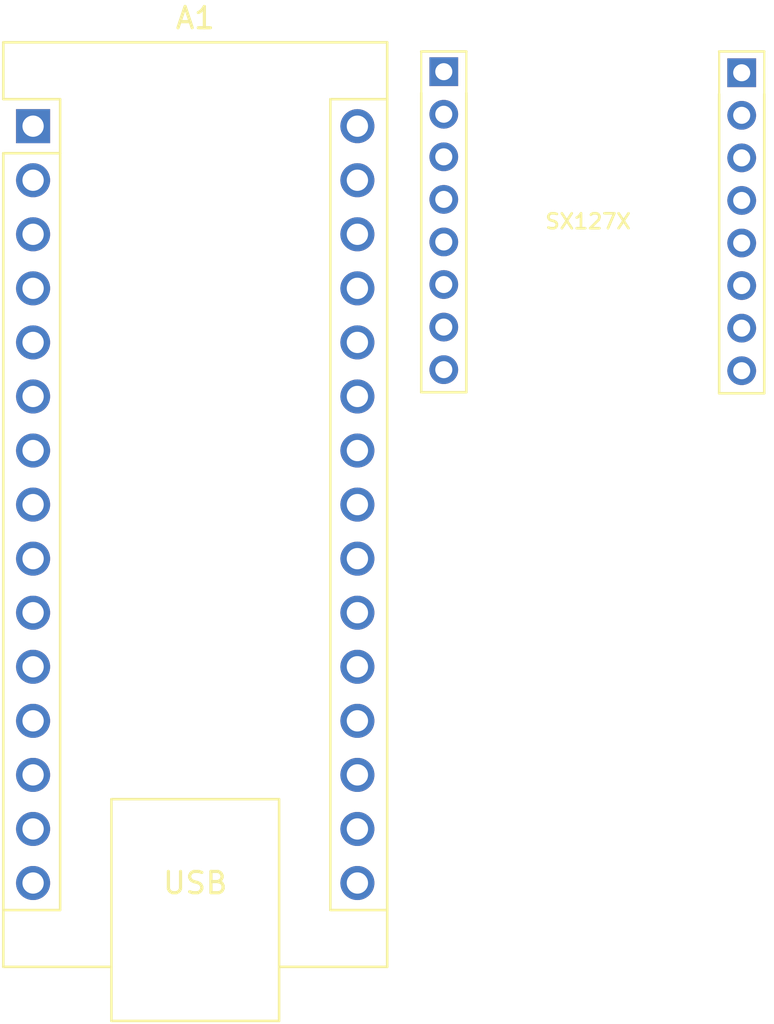
<source format=kicad_pcb>
(kicad_pcb (version 20221018) (generator pcbnew)
  (layers (0 "F.Cu" signal) (31 "B.Cu" signal) (34 "B.Paste" user) (35 "F.Paste" user) (36 "B.SilkS" user "B.Silkscreen") (37 "F.SilkS" user "F.Silkscreen") (38 "B.Mask" user) (39 "F.Mask" user) (44 "Edge.Cuts" user))
  (net 0 "")
  (net 20 "Net-(A1-A1)")
  (net 23 "Net-(A1-A4)")
  (net 25 "Net-(A1-A6)")
  (net 26 "Net-(A1-A7)")
  (footprint "Module:Arduino_Nano" (layer "F.Cu") (at 1.555 4.085)
    (fp_text reference "A1" (at 7.62 -5.08) (layer "F.SilkS"))
    (fp_text value "Arduino_Nano_v3.x")
    (fp_text user "USB" (at 7.62 35.56 unlocked) (layer "F.SilkS"))
    (fp_line (start -1.4 -3.94) (end -1.4 -1.27) (stroke (width 0.12)) (layer "F.SilkS"))
    (fp_line (start -1.4 1.27) (end -1.4 39.5) (stroke (width 0.12)) (layer "F.SilkS"))
    (fp_line (start -1.4 39.5) (end 3.68 39.5) (stroke (width 0.12)) (layer "F.SilkS"))
    (fp_line (start 1.27 -1.27) (end -1.4 -1.27) (stroke (width 0.12)) (layer "F.SilkS"))
    (fp_line (start 1.27 1.27) (end -1.4 1.27) (stroke (width 0.12)) (layer "F.SilkS"))
    (fp_line (start 1.27 1.27) (end 1.27 -1.27) (stroke (width 0.12)) (layer "F.SilkS"))
    (fp_line (start 1.27 1.27) (end 1.27 36.83) (stroke (width 0.12)) (layer "F.SilkS"))
    (fp_line (start 1.27 36.83) (end -1.4 36.83) (stroke (width 0.12)) (layer "F.SilkS"))
    (fp_line (start 3.68 31.62) (end 11.56 31.62) (stroke (width 0.12)) (layer "F.SilkS"))
    (fp_line (start 3.68 42.04) (end 3.68 31.62) (stroke (width 0.12)) (layer "F.SilkS"))
    (fp_line (start 11.56 31.62) (end 11.56 42.04) (stroke (width 0.12)) (layer "F.SilkS"))
    (fp_line (start 11.56 42.04) (end 3.68 42.04) (stroke (width 0.12)) (layer "F.SilkS"))
    (fp_line (start 13.97 -1.27) (end 13.97 36.83) (stroke (width 0.12)) (layer "F.SilkS"))
    (fp_line (start 13.97 -1.27) (end 16.64 -1.27) (stroke (width 0.12)) (layer "F.SilkS"))
    (fp_line (start 13.97 36.83) (end 16.64 36.83) (stroke (width 0.12)) (layer "F.SilkS"))
    (fp_line (start 16.64 -3.94) (end -1.4 -3.94) (stroke (width 0.12)) (layer "F.SilkS"))
    (fp_line (start 16.64 39.5) (end 11.56 39.5) (stroke (width 0.12)) (layer "F.SilkS"))
    (fp_line (start 16.64 39.5) (end 16.64 -3.94) (stroke (width 0.12)) (layer "F.SilkS"))
    (pad "1" thru_hole rect (at 0 0) (size 1.6 1.6) (drill 1) (layers "*.Cu" "*.Mask"))
    (pad "2" thru_hole oval (at 0 2.54) (size 1.6 1.6) (drill 1) (layers "*.Cu" "*.Mask"))
    (pad "3" thru_hole oval (at 0 5.08) (size 1.6 1.6) (drill 1) (layers "*.Cu" "*.Mask"))
    (pad "4" thru_hole oval (at 0 7.62) (size 1.6 1.6) (drill 1) (layers "*.Cu" "*.Mask"))
    (pad "5" thru_hole oval (at 0 10.16) (size 1.6 1.6) (drill 1) (layers "*.Cu" "*.Mask"))
    (pad "6" thru_hole oval (at 0 12.7) (size 1.6 1.6) (drill 1) (layers "*.Cu" "*.Mask"))
    (pad "7" thru_hole oval (at 0 15.24) (size 1.6 1.6) (drill 1) (layers "*.Cu" "*.Mask"))
    (pad "8" thru_hole oval (at 0 17.78) (size 1.6 1.6) (drill 1) (layers "*.Cu" "*.Mask"))
    (pad "9" thru_hole oval (at 0 20.32) (size 1.6 1.6) (drill 1) (layers "*.Cu" "*.Mask"))
    (pad "10" thru_hole oval (at 0 22.86) (size 1.6 1.6) (drill 1) (layers "*.Cu" "*.Mask"))
    (pad "11" thru_hole oval (at 0 25.4) (size 1.6 1.6) (drill 1) (layers "*.Cu" "*.Mask"))
    (pad "12" thru_hole oval (at 0 27.94) (size 1.6 1.6) (drill 1) (layers "*.Cu" "*.Mask"))
    (pad "13" thru_hole oval (at 0 30.48) (size 1.6 1.6) (drill 1) (layers "*.Cu" "*.Mask"))
    (pad "14" thru_hole oval (at 0 33.02) (size 1.6 1.6) (drill 1) (layers "*.Cu" "*.Mask"))
    (pad "15" thru_hole oval (at 0 35.56) (size 1.6 1.6) (drill 1) (layers "*.Cu" "*.Mask"))
    (pad "16" thru_hole oval (at 15.24 35.56) (size 1.6 1.6) (drill 1) (layers "*.Cu" "*.Mask"))
    (pad "17" thru_hole oval (at 15.24 33.02) (size 1.6 1.6) (drill 1) (layers "*.Cu" "*.Mask"))
    (pad "18" thru_hole oval (at 15.24 30.48) (size 1.6 1.6) (drill 1) (layers "*.Cu" "*.Mask"))
    (pad "19" thru_hole oval (at 15.24 27.94) (size 1.6 1.6) (drill 1) (layers "*.Cu" "*.Mask"))
    (pad "20" thru_hole oval (at 15.24 25.4) (size 1.6 1.6) (drill 1) (layers "*.Cu" "*.Mask") (net 20 "Net-(A1-A1)"))
    (pad "21" thru_hole oval (at 15.24 22.86) (size 1.6 1.6) (drill 1) (layers "*.Cu" "*.Mask"))
    (pad "22" thru_hole oval (at 15.24 20.32) (size 1.6 1.6) (drill 1) (layers "*.Cu" "*.Mask"))
    (pad "23" thru_hole oval (at 15.24 17.78) (size 1.6 1.6) (drill 1) (layers "*.Cu" "*.Mask") (net 23 "Net-(A1-A4)"))
    (pad "24" thru_hole oval (at 15.24 15.24) (size 1.6 1.6) (drill 1) (layers "*.Cu" "*.Mask"))
    (pad "25" thru_hole oval (at 15.24 12.7) (size 1.6 1.6) (drill 1) (layers "*.Cu" "*.Mask") (net 25 "Net-(A1-A6)"))
    (pad "26" thru_hole oval (at 15.24 10.16) (size 1.6 1.6) (drill 1) (layers "*.Cu" "*.Mask") (net 26 "Net-(A1-A7)"))
    (pad "27" thru_hole oval (at 15.24 7.62) (size 1.6 1.6) (drill 1) (layers "*.Cu" "*.Mask"))
    (pad "28" thru_hole oval (at 15.24 5.08) (size 1.6 1.6) (drill 1) (layers "*.Cu" "*.Mask"))
    (pad "29" thru_hole oval (at 15.24 2.54) (size 1.6 1.6) (drill 1) (layers "*.Cu" "*.Mask"))
    (pad "30" thru_hole oval (at 15.24 0) (size 1.6 1.6) (drill 1) (layers "*.Cu" "*.Mask"))
  )
  (footprint "SX1278_sym:SX1278" (layer "F.Cu") (at 27.855 8.575)
    (fp_text reference "U1" hide)
    (fp_text value "~" hide)
    (fp_text user "SX127X" (at -2.301 0.396 unlocked) (layer "F.SilkS") (effects (font (size 0.7 0.7) (thickness 0.125)) (justify left bottom)))
    (fp_line (start -8.06 -8) (end -5.94 -8) (stroke (width 0.12)) (layer "F.SilkS"))
    (fp_line (start -8.06 -6.05) (end -8.06 -8) (stroke (width 0.1)) (layer "F.SilkS"))
    (fp_line (start -8.06 -6.05) (end -8.06 8.01) (stroke (width 0.12)) (layer "F.SilkS"))
    (fp_line (start -8.06 8.01) (end -5.94 8.01) (stroke (width 0.12)) (layer "F.SilkS"))
    (fp_line (start -5.94 -8) (end -5.94 -6.05) (stroke (width 0.1)) (layer "F.SilkS"))
    (fp_line (start -5.94 -6.05) (end -5.94 8.01) (stroke (width 0.12)) (layer "F.SilkS"))
    (fp_line (start 5.94 -8) (end 5.94 -6) (stroke (width 0.1)) (layer "F.SilkS"))
    (fp_line (start 5.94 -8) (end 8.06 -8) (stroke (width 0.12)) (layer "F.SilkS"))
    (fp_line (start 5.94 -6) (end 5.94 8.06) (stroke (width 0.12)) (layer "F.SilkS"))
    (fp_line (start 5.94 8.06) (end 8.06 8.06) (stroke (width 0.12)) (layer "F.SilkS"))
    (fp_line (start 8.06 -6) (end 8.06 -8) (stroke (width 0.1)) (layer "F.SilkS"))
    (fp_line (start 8.06 -6) (end 8.06 8.06) (stroke (width 0.12)) (layer "F.SilkS"))
    (pad "1" thru_hole rect (at -7 -7.05) (size 1.35 1.35) (drill 0.8) (layers "*.Cu" "*.Mask") (net 20 "Net-(A1-A1)"))
    (pad "2" thru_hole oval (at -7 -5.05) (size 1.35 1.35) (drill 0.8) (layers "*.Cu" "*.Mask"))
    (pad "3" thru_hole oval (at -7 -3.05) (size 1.35 1.35) (drill 0.8) (layers "*.Cu" "*.Mask") (net 23 "Net-(A1-A4)"))
    (pad "4" thru_hole oval (at -7 -1.05) (size 1.35 1.35) (drill 0.8) (layers "*.Cu" "*.Mask"))
    (pad "5" thru_hole oval (at -7 0.95) (size 1.35 1.35) (drill 0.8) (layers "*.Cu" "*.Mask"))
    (pad "6" thru_hole oval (at -7 2.95) (size 1.35 1.35) (drill 0.8) (layers "*.Cu" "*.Mask"))
    (pad "7" thru_hole oval (at -7 4.95) (size 1.35 1.35) (drill 0.8) (layers "*.Cu" "*.Mask"))
    (pad "8" thru_hole oval (at -7 6.95) (size 1.35 1.35) (drill 0.8) (layers "*.Cu" "*.Mask"))
    (pad "9" thru_hole oval (at 7 7) (size 1.35 1.35) (drill 0.8) (layers "*.Cu" "*.Mask"))
    (pad "10" thru_hole oval (at 7 5) (size 1.35 1.35) (drill 0.8) (layers "*.Cu" "*.Mask"))
    (pad "11" thru_hole oval (at 7 3) (size 1.35 1.35) (drill 0.8) (layers "*.Cu" "*.Mask"))
    (pad "12" thru_hole oval (at 7 1) (size 1.35 1.35) (drill 0.8) (layers "*.Cu" "*.Mask"))
    (pad "13" thru_hole oval (at 7 -1) (size 1.35 1.35) (drill 0.8) (layers "*.Cu" "*.Mask") (net 25 "Net-(A1-A6)"))
    (pad "14" thru_hole oval (at 7 -3) (size 1.35 1.35) (drill 0.8) (layers "*.Cu" "*.Mask"))
    (pad "15" thru_hole oval (at 7 -5) (size 1.35 1.35) (drill 0.8) (layers "*.Cu" "*.Mask"))
    (pad "16" thru_hole rect (at 7 -7) (size 1.35 1.35) (drill 0.8) (layers "*.Cu" "*.Mask") (net 26 "Net-(A1-A7)"))
  )
)
</source>
